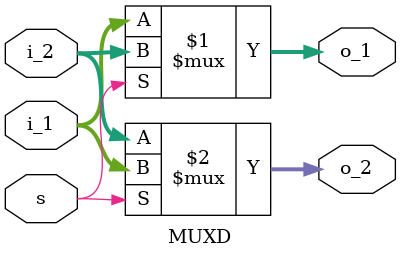
<source format=v>
module MUXD
(
    input [31:0]i_1,i_2,
    input s,
    output [31:0]o_1,o_2
);
assign o_1 = s ? i_2 : i_1;
assign o_2 = s ? i_1 : i_2;
endmodule


</source>
